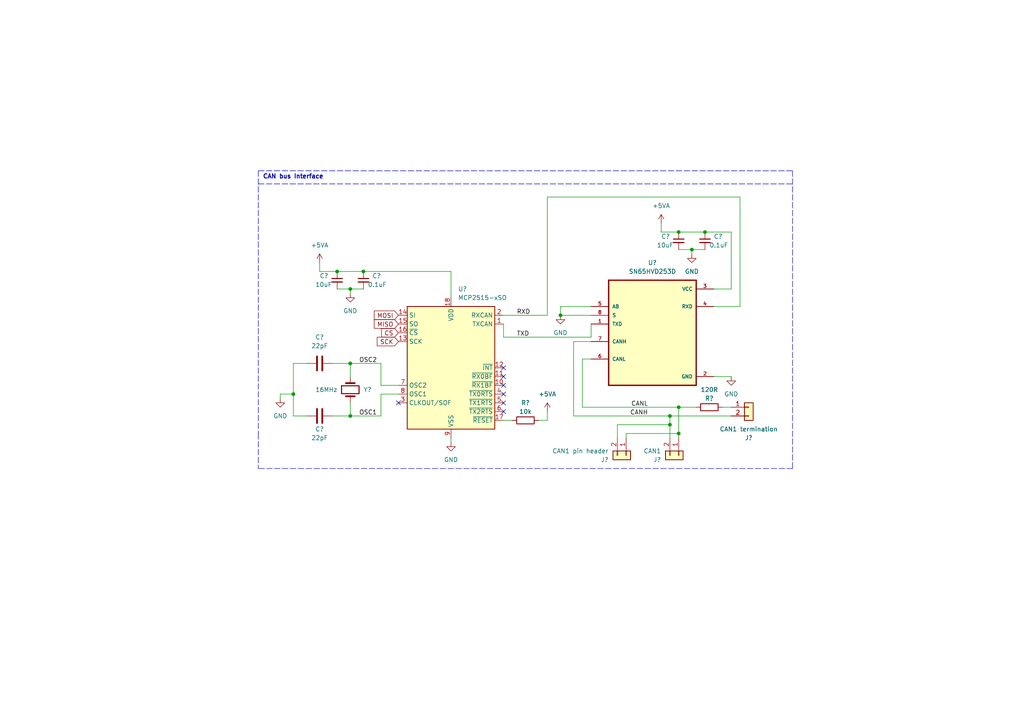
<source format=kicad_sch>
(kicad_sch (version 20211123) (generator eeschema)
  (paper "A4")
  (lib_symbols
    (symbol "Connector_Generic:Conn_01x02" (pin_names (offset 1.016) hide)
      (property "Reference" "J" (at 0 2.54 0))
      (property "Value" "Conn_01x02" (at 0 -5.08 0))
      (symbol "Conn_01x02_1_1"
        (rectangle (start -1.27 -2.413) (end 0 -2.667) (stroke (width 0.1524)))
        (rectangle (start -1.27 0.127) (end 0 -0.127) (stroke (width 0.1524)))
        (rectangle (start -1.27 1.27) (end 1.27 -3.81) (stroke (width 0.254)) (fill (type background)))
        (pin passive line (at -5.08 0 0) (length 3.81) (name "Pin_1") (number "1"))
        (pin passive line (at -5.08 -2.54 0) (length 3.81) (name "Pin_2") (number "2"))
      )
    )
    (symbol "Device:C" (pin_numbers hide) (pin_names (offset 0.254))
      (property "Reference" "C" (at 0.635 2.54 0))
      (property "Value" "C" (at 0.635 -2.54 0))
      (symbol "C_0_1"
        (polyline (pts (xy -2.032 -0.762) (xy 2.032 -0.762)) (stroke (width 0.508)))
        (polyline (pts (xy -2.032 0.762) (xy 2.032 0.762)) (stroke (width 0.508)))
      )
      (symbol "C_1_1"
        (pin passive line (at 0 3.81 270) (length 2.794) (name "~") (number "1"))
        (pin passive line (at 0 -3.81 90) (length 2.794) (name "~") (number "2"))
      )
    )
    (symbol "Device:C_Small" (pin_numbers hide) (pin_names (offset 0.254) hide)
      (property "Reference" "C" (at 0.254 1.778 0))
      (property "Value" "C_Small" (at 0.254 -2.032 0))
      (symbol "C_Small_0_1"
        (polyline (pts (xy -1.524 -0.508) (xy 1.524 -0.508)) (stroke (width 0.3302)))
        (polyline (pts (xy -1.524 0.508) (xy 1.524 0.508)) (stroke (width 0.3048)))
      )
      (symbol "C_Small_1_1"
        (pin passive line (at 0 2.54 270) (length 2.032) (name "~") (number "1"))
        (pin passive line (at 0 -2.54 90) (length 2.032) (name "~") (number "2"))
      )
    )
    (symbol "Device:Crystal" (pin_numbers hide) (pin_names (offset 1.016) hide)
      (property "Reference" "Y" (at 0 3.81 0))
      (property "Value" "Crystal" (at 0 -3.81 0))
      (symbol "Crystal_0_1"
        (rectangle (start -1.143 2.54) (end 1.143 -2.54) (stroke (width 0.3048)))
        (polyline (pts (xy -2.54 0) (xy -1.905 0)))
        (polyline (pts (xy -1.905 -1.27) (xy -1.905 1.27)) (stroke (width 0.508)))
        (polyline (pts (xy 1.905 -1.27) (xy 1.905 1.27)) (stroke (width 0.508)))
        (polyline (pts (xy 2.54 0) (xy 1.905 0)))
      )
      (symbol "Crystal_1_1"
        (pin passive line (at -3.81 0 0) (length 1.27) (name "1") (number "1"))
        (pin passive line (at 3.81 0 180) (length 1.27) (name "2") (number "2"))
      )
    )
    (symbol "Device:R" (pin_numbers hide) (pin_names (offset 0))
      (property "Reference" "R" (at 2.032 0 90))
      (property "Value" "R" (at 0 0 90))
      (symbol "R_0_1"
        (rectangle (start -1.016 -2.54) (end 1.016 2.54) (stroke (width 0.254)))
      )
      (symbol "R_1_1"
        (pin passive line (at 0 3.81 270) (length 1.27) (name "~") (number "1"))
        (pin passive line (at 0 -3.81 90) (length 1.27) (name "~") (number "2"))
      )
    )
    (symbol "Interface_CAN_LIN:MCP2515-xSO"
      (property "Reference" "U" (at -10.16 19.685 0))
      (property "Value" "MCP2515-xSO" (at 19.05 20.32 0))
      (symbol "MCP2515-xSO_0_1"
        (rectangle (start -12.7 17.78) (end 12.7 -17.78) (stroke (width 0.254)) (fill (type background)))
      )
      (symbol "MCP2515-xSO_1_1"
        (pin output line (at 15.24 12.7 180) (length 2.54) (name "TXCAN") (number "1"))
        (pin output line (at 15.24 -5.08 180) (length 2.54) (name "~{RX1BF}") (number "10"))
        (pin output line (at 15.24 -2.54 180) (length 2.54) (name "~{RX0BF}") (number "11"))
        (pin output line (at 15.24 0 180) (length 2.54) (name "~{INT}") (number "12"))
        (pin input line (at -15.24 7.62 0) (length 2.54) (name "SCK") (number "13"))
        (pin input line (at -15.24 15.24 0) (length 2.54) (name "SI") (number "14"))
        (pin output line (at -15.24 12.7 0) (length 2.54) (name "SO") (number "15"))
        (pin input line (at -15.24 10.16 0) (length 2.54) (name "~{CS}") (number "16"))
        (pin input line (at 15.24 -15.24 180) (length 2.54) (name "~{RESET}") (number "17"))
        (pin power_in line (at 0 20.32 270) (length 2.54) (name "VDD") (number "18"))
        (pin input line (at 15.24 15.24 180) (length 2.54) (name "RXCAN") (number "2"))
        (pin output line (at -15.24 -10.16 0) (length 2.54) (name "CLKOUT/SOF") (number "3"))
        (pin input line (at 15.24 -7.62 180) (length 2.54) (name "~{TX0RTS}") (number "4"))
        (pin input line (at 15.24 -10.16 180) (length 2.54) (name "~{TX1RTS}") (number "5"))
        (pin input line (at 15.24 -12.7 180) (length 2.54) (name "~{TX2RTS}") (number "6"))
        (pin output line (at -15.24 -5.08 0) (length 2.54) (name "OSC2") (number "7"))
        (pin input line (at -15.24 -7.62 0) (length 2.54) (name "OSC1") (number "8"))
        (pin power_in line (at 0 -20.32 90) (length 2.54) (name "VSS") (number "9"))
      )
    )
    (symbol "SN65HVD253D:SN65HVD253D" (pin_names (offset 1.016))
      (property "Reference" "U" (at -12.7 16.2306 0))
      (property "Value" "SN65HVD253D" (at -12.7 -19.2278 0))
      (symbol "SN65HVD253D_0_0"
        (rectangle (start -12.7 -15.24) (end 12.7 15.24) (stroke (width 0.4064)) (fill (type background)))
        (pin input line (at -17.78 2.54 0) (length 5.08) (name "TXD") (number "1"))
        (pin power_in line (at 17.78 -12.7 180) (length 5.08) (name "GND") (number "2"))
        (pin power_in line (at 17.78 12.7 180) (length 5.08) (name "VCC") (number "3"))
        (pin output line (at 17.78 7.62 180) (length 5.08) (name "RXD") (number "4"))
        (pin input line (at -17.78 7.62 0) (length 5.08) (name "AB") (number "5"))
        (pin bidirectional line (at -17.78 -7.62 0) (length 5.08) (name "CANL") (number "6"))
        (pin bidirectional line (at -17.78 -2.54 0) (length 5.08) (name "CANH") (number "7"))
        (pin input line (at -17.78 5.08 0) (length 5.08) (name "S") (number "8"))
      )
    )
    (symbol "power:+5VA" (power) (pin_names (offset 0))
      (property "Value" "+5VA" (at 0 3.556 0))
      (symbol "+5VA_0_1"
        (polyline (pts (xy -0.762 1.27) (xy 0 2.54)))
        (polyline (pts (xy 0 0) (xy 0 2.54)))
        (polyline (pts (xy 0 2.54) (xy 0.762 1.27)))
      )
      (symbol "+5VA_1_1"
        (pin power_in line (at 0 0 90) (length 0) hide (name "+5VA") (number "1"))
      )
    )
    (symbol "power:GND" (power) (pin_names (offset 0))
      (property "Value" "GND" (at 0 -3.81 0))
      (symbol "GND_0_1"
        (polyline (pts (xy 0 0) (xy 0 -1.27) (xy 1.27 -1.27) (xy 0 -2.54) (xy -1.27 -1.27) (xy 0 -1.27)))
      )
      (symbol "GND_1_1"
        (pin power_in line (at 0 0 270) (length 0) hide (name "GND") (number "1"))
      )
    )
  )
  (junction (at 196.85 118.11))
  (junction (at 200.66 72.39))
  (junction (at 162.56 91.44))
  (junction (at 85.09 114.3))
  (junction (at 105.41 78.74))
  (junction (at 194.31 123.19))
  (junction (at 204.47 67.31))
  (junction (at 196.85 67.31))
  (junction (at 97.79 78.74))
  (junction (at 101.6 120.65))
  (junction (at 101.6 105.41))
  (junction (at 196.85 125.73))
  (junction (at 194.31 120.65))
  (junction (at 101.6 83.82))
  (no_connect (at 115.57 116.84))
  (no_connect (at 146.05 114.3))
  (no_connect (at 146.05 116.84))
  (no_connect (at 146.05 106.68))
  (no_connect (at 146.05 111.76))
  (no_connect (at 146.05 119.38))
  (no_connect (at 146.05 109.22))
  (wire (pts (xy 158.75 57.15) (xy 214.63 57.15)))
  (wire (pts (xy 214.63 88.9) (xy 207.01 88.9)))
  (wire (pts (xy 130.81 78.74) (xy 130.81 86.36)))
  (wire (pts (xy 92.71 78.74) (xy 97.79 78.74)))
  (wire (pts (xy 130.81 78.74) (xy 105.41 78.74)))
  (wire (pts (xy 171.45 88.9) (xy 162.56 88.9)))
  (wire (pts (xy 196.85 67.31) (xy 204.47 67.31)))
  (wire (pts (xy 101.6 83.82) (xy 101.6 85.09)))
  (wire (pts (xy 115.57 114.3) (xy 110.49 114.3)))
  (wire (pts (xy 212.09 67.31) (xy 212.09 83.82)))
  (wire (pts (xy 201.93 118.11) (xy 196.85 118.11)))
  (wire (pts (xy 92.71 76.2) (xy 92.71 78.74)))
  (wire (pts (xy 179.07 123.19) (xy 194.31 123.19)))
  (wire (pts (xy 85.09 120.65) (xy 88.9 120.65)))
  (wire (pts (xy 171.45 97.79) (xy 171.45 93.98)))
  (wire (pts (xy 146.05 121.92) (xy 148.59 121.92)))
  (wire (pts (xy 81.28 114.3) (xy 85.09 114.3)))
  (polyline (pts (xy 229.87 49.53) (xy 229.87 135.89)))
  (wire (pts (xy 162.56 88.9) (xy 162.56 91.44)))
  (wire (pts (xy 212.09 118.11) (xy 209.55 118.11)))
  (wire (pts (xy 194.31 127) (xy 194.31 123.19)))
  (wire (pts (xy 97.79 83.82) (xy 101.6 83.82)))
  (wire (pts (xy 168.91 118.11) (xy 196.85 118.11)))
  (wire (pts (xy 101.6 116.84) (xy 101.6 120.65)))
  (wire (pts (xy 110.49 105.41) (xy 101.6 105.41)))
  (wire (pts (xy 200.66 72.39) (xy 200.66 73.66)))
  (wire (pts (xy 207.01 109.22) (xy 212.09 109.22)))
  (wire (pts (xy 158.75 119.38) (xy 158.75 121.92)))
  (wire (pts (xy 196.85 72.39) (xy 200.66 72.39)))
  (wire (pts (xy 146.05 91.44) (xy 158.75 91.44)))
  (wire (pts (xy 181.61 127) (xy 181.61 125.73)))
  (wire (pts (xy 96.52 105.41) (xy 101.6 105.41)))
  (wire (pts (xy 97.79 78.74) (xy 105.41 78.74)))
  (wire (pts (xy 196.85 127) (xy 196.85 125.73)))
  (polyline (pts (xy 74.93 49.53) (xy 229.87 49.53)))
  (wire (pts (xy 196.85 125.73) (xy 181.61 125.73)))
  (wire (pts (xy 146.05 97.79) (xy 146.05 93.98)))
  (wire (pts (xy 194.31 123.19) (xy 194.31 120.65)))
  (wire (pts (xy 166.37 120.65) (xy 166.37 99.06)))
  (wire (pts (xy 85.09 105.41) (xy 88.9 105.41)))
  (wire (pts (xy 158.75 121.92) (xy 156.21 121.92)))
  (wire (pts (xy 166.37 99.06) (xy 171.45 99.06)))
  (wire (pts (xy 130.81 127) (xy 130.81 128.27)))
  (wire (pts (xy 85.09 105.41) (xy 85.09 114.3)))
  (wire (pts (xy 158.75 91.44) (xy 158.75 57.15)))
  (wire (pts (xy 146.05 97.79) (xy 171.45 97.79)))
  (wire (pts (xy 110.49 114.3) (xy 110.49 120.65)))
  (polyline (pts (xy 74.93 53.34) (xy 229.87 53.34)))
  (wire (pts (xy 171.45 104.14) (xy 168.91 104.14)))
  (wire (pts (xy 212.09 120.65) (xy 194.31 120.65)))
  (wire (pts (xy 196.85 125.73) (xy 196.85 118.11)))
  (polyline (pts (xy 74.93 49.53) (xy 74.93 125.73)))
  (wire (pts (xy 179.07 127) (xy 179.07 123.19)))
  (wire (pts (xy 200.66 72.39) (xy 204.47 72.39)))
  (polyline (pts (xy 74.93 125.73) (xy 74.93 135.89)))
  (wire (pts (xy 110.49 105.41) (xy 110.49 111.76)))
  (wire (pts (xy 168.91 104.14) (xy 168.91 118.11)))
  (wire (pts (xy 81.28 115.57) (xy 81.28 114.3)))
  (polyline (pts (xy 229.87 135.89) (xy 74.93 135.89)))
  (wire (pts (xy 191.77 64.77) (xy 191.77 67.31)))
  (wire (pts (xy 204.47 67.31) (xy 212.09 67.31)))
  (wire (pts (xy 191.77 67.31) (xy 196.85 67.31)))
  (wire (pts (xy 115.57 111.76) (xy 110.49 111.76)))
  (wire (pts (xy 171.45 91.44) (xy 162.56 91.44)))
  (wire (pts (xy 110.49 120.65) (xy 101.6 120.65)))
  (wire (pts (xy 166.37 120.65) (xy 194.31 120.65)))
  (wire (pts (xy 101.6 83.82) (xy 105.41 83.82)))
  (wire (pts (xy 101.6 105.41) (xy 101.6 109.22)))
  (wire (pts (xy 101.6 120.65) (xy 96.52 120.65)))
  (wire (pts (xy 85.09 114.3) (xy 85.09 120.65)))
  (wire (pts (xy 212.09 83.82) (xy 207.01 83.82)))
  (wire (pts (xy 214.63 57.15) (xy 214.63 88.9)))
  (text "CAN bus Interface" (at 76.2 52.07 0) (effects (font (size 1.27 1.27) (thickness 0.254) bold) (justify left bottom)))
  (label "OSC1" (at 104.14 120.65 0))
  (label "OSC2" (at 104.14 105.41 0))
  (label "RXD" (at 149.86 91.44 0))
  (label "TXD" (at 149.86 97.79 0))
  (label "CANH" (at 187.96 120.65 180))
  (label "CANL" (at 187.96 118.11 180))
  (global_label "SCK" (shape input) (at 115.57 99.06 180) (property "Intersheet References" "${INTERSHEET_REFS}" (effects hide)))
  (global_label "MISO" (shape input) (at 115.57 93.98 180) (property "Intersheet References" "${INTERSHEET_REFS}" (effects hide)))
  (global_label "MOSI" (shape input) (at 115.57 91.44 180) (property "Intersheet References" "${INTERSHEET_REFS}" (effects hide)))
  (global_label "CS" (shape input) (at 115.57 96.52 180) (property "Intersheet References" "${INTERSHEET_REFS}" (effects hide)))
  (symbol (lib_id "Device:C") (at 92.71 105.41 90) (unit 1)
    (property "Reference" "C?" (at 92.71 97.79 90))
    (property "Value" "22pF" (at 92.71 100.33 90))
    (property "Footprint" "Capacitor_THT:CP_Radial_Tantal_D5.0mm_P2.50mm" (effects hide))
  )
  (symbol (lib_id "Device:R") (at 205.74 118.11 270) (unit 1)
    (property "Reference" "R?" (at 205.74 115.57 90))
    (property "Value" "120R" (at 205.74 113.03 90))
    (property "Footprint" "Resistor_THT:R_Axial_DIN0207_L6.3mm_D2.5mm_P10.16mm_Horizontal" (effects hide))
  )
  (symbol (lib_id "power:GND") (at 130.81 128.27 0) (unit 1)
    (property "Reference" "#PWR?" (effects hide))
    (property "Value" "GND" (at 130.81 133.35 0))
  )
  (symbol (lib_id "SN65HVD253D:SN65HVD253D") (at 189.23 96.52 0) (unit 1)
    (property "Reference" "U?" (at 189.23 76.2 0))
    (property "Value" "SN65HVD253D" (at 189.23 78.74 0))
    (property "Footprint" "libraries:SN65HVD253D" (effects hide))
  )
  (symbol (lib_id "power:GND") (at 81.28 115.57 0) (unit 1)
    (property "Reference" "#PWR?" (effects hide))
    (property "Value" "GND" (at 81.28 120.65 0))
  )
  (symbol (lib_id "Interface_CAN_LIN:MCP2515-xSO") (at 130.81 106.68 0) (unit 1)
    (property "Reference" "U?" (at 132.8294 83.82 0) (effects (justify left)))
    (property "Value" "MCP2515-xSO" (at 132.8294 86.36 0) (effects (justify left)))
    (property "Footprint" "Package_SO:SOIC-18W_7.5x11.6mm_P1.27mm" (effects hide))
    (property "Datasheet" "http://ww1.microchip.com/downloads/en/DeviceDoc/21801e.pdf" (effects hide))
  )
  (symbol (lib_id "power:+5VA") (at 158.75 119.38 0) (unit 1)
    (property "Reference" "#PWR?" (effects hide))
    (property "Value" "+5VA" (at 158.75 114.3 0))
  )
  (symbol (lib_id "power:GND") (at 200.66 73.66 0) (unit 1)
    (property "Reference" "#PWR?" (effects hide))
    (property "Value" "GND" (at 200.66 78.74 0))
  )
  (symbol (lib_id "power:GND") (at 162.56 91.44 0) (unit 1)
    (property "Reference" "#PWR?" (effects hide))
    (property "Value" "GND" (at 162.56 96.52 0))
  )
  (symbol (lib_id "power:+5VA") (at 92.71 76.2 0) (unit 1)
    (property "Reference" "#PWR?" (effects hide))
    (property "Value" "+5VA" (at 92.71 71.12 0))
  )
  (symbol (lib_id "Device:C_Small") (at 204.47 69.85 0) (unit 1)
    (property "Reference" "C?" (at 207.01 68.5862 0) (effects (justify left)))
    (property "Value" "0.1uF" (at 205.74 71.12 0) (effects (justify left)))
    (property "Footprint" "Capacitor_THT:CP_Radial_D5.0mm_P2.50mm" (effects hide))
  )
  (symbol (lib_id "Device:R") (at 152.4 121.92 270) (unit 1)
    (property "Reference" "R?" (at 152.4 116.84 90))
    (property "Value" "10k" (at 152.4 119.38 90))
    (property "Footprint" "Resistor_THT:R_Axial_DIN0207_L6.3mm_D2.5mm_P10.16mm_Horizontal" (effects hide))
  )
  (symbol (lib_id "Device:C_Small") (at 105.41 81.28 0) (unit 1)
    (property "Reference" "C?" (at 107.95 80.0162 0) (effects (justify left)))
    (property "Value" "0.1uF" (at 106.68 82.55 0) (effects (justify left)))
    (property "Footprint" "Capacitor_THT:CP_Radial_D5.0mm_P2.50mm" (effects hide))
  )
  (symbol (lib_id "Device:C_Small") (at 196.85 69.85 0) (unit 1)
    (property "Reference" "C?" (at 191.77 68.58 0) (effects (justify left)))
    (property "Value" "10uF" (at 190.5 71.12 0) (effects (justify left)))
    (property "Footprint" "Capacitor_THT:CP_Radial_D5.0mm_P2.00mm" (effects hide))
  )
  (symbol (lib_id "power:GND") (at 212.09 109.22 0) (unit 1)
    (property "Reference" "#PWR?" (effects hide))
    (property "Value" "GND" (at 212.09 114.3 0))
  )
  (symbol (lib_id "Connector_Generic:Conn_01x02") (at 196.85 132.08 270) (unit 1)
    (property "Reference" "J?" (at 191.77 133.3501 90) (effects (justify right)))
    (property "Value" "CAN1" (at 191.77 130.8101 90) (effects (justify right)))
    (property "Footprint" "TerminalBlock_Phoenix:TerminalBlock_Phoenix_MKDS-3-2-5.08_1x02_P5.08mm_Horizontal" (effects hide))
  )
  (symbol (lib_id "Connector_Generic:Conn_01x02") (at 217.17 118.11 0) (unit 1)
    (property "Reference" "J?" (at 217.17 127 0))
    (property "Value" "CAN1 termination" (at 217.17 124.46 0))
    (property "Footprint" "Connector_PinHeader_2.54mm:PinHeader_1x02_P2.54mm_Vertical" (effects hide))
  )
  (symbol (lib_id "Device:C") (at 92.71 120.65 90) (unit 1)
    (property "Reference" "C?" (at 92.71 124.46 90))
    (property "Value" "22pF" (at 92.71 127 90))
    (property "Footprint" "Capacitor_THT:CP_Radial_Tantal_D5.0mm_P2.50mm" (effects hide))
  )
  (symbol (lib_id "Connector_Generic:Conn_01x02") (at 181.61 132.08 270) (unit 1)
    (property "Reference" "J?" (at 176.53 133.3501 90) (effects (justify right)))
    (property "Value" "CAN1 pin header" (at 176.53 130.8101 90) (effects (justify right)))
    (property "Footprint" "Connector_PinHeader_2.54mm:PinHeader_1x02_P2.54mm_Vertical" (effects hide))
  )
  (symbol (lib_id "Device:Crystal") (at 101.6 113.03 270) (unit 1)
    (property "Reference" "Y?" (at 105.41 113.03 90) (effects (justify left)))
    (property "Value" "16MHz" (at 91.44 113.03 90) (effects (justify left)))
    (property "Footprint" "Crystal:Crystal_HC49-4H_Vertical" (effects hide))
  )
  (symbol (lib_id "power:GND") (at 101.6 85.09 0) (unit 1)
    (property "Reference" "#PWR?" (effects hide))
    (property "Value" "GND" (at 101.6 90.17 0))
  )
  (symbol (lib_id "power:+5VA") (at 191.77 64.77 0) (unit 1)
    (property "Reference" "#PWR?" (effects hide))
    (property "Value" "+5VA" (at 191.77 59.69 0))
  )
  (symbol (lib_id "Device:C_Small") (at 97.79 81.28 0) (unit 1)
    (property "Reference" "C?" (at 92.71 80.01 0) (effects (justify left)))
    (property "Value" "10uF" (at 91.44 82.55 0) (effects (justify left)))
    (property "Footprint" "Capacitor_THT:CP_Radial_D5.0mm_P2.00mm" (effects hide))
  )
)
</source>
